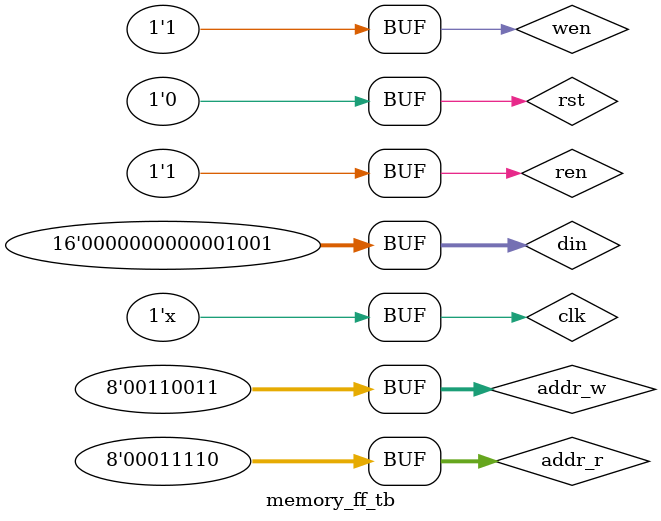
<source format=sv>
`timescale 1ns / 1ps


module memory_ff_tb;


    parameter DATA_WIDTH = 16;
    parameter SIZE = 256;

    bit clk;
    bit rst;
    bit wen;                  // Tín hiệu ghi
    bit ren;                  // Tín hiệu đọc
    bit [$clog2(SIZE)-1:0] addr_w;         // Địa chỉ ghi
    bit [$clog2(SIZE)-1:0] addr_r;         // Địa chỉ đọc
    bit [DATA_WIDTH - 1:0] din;            // Dữ liệu đầu vào
    wire [DATA_WIDTH - 1:0] dout_ff;            // Dữ liệu đầu ra

    initial begin
        rst = 1;
        #120
        rst = 0;
        
        // write
        ren = 0; wen = 1; addr_w = 2; din = 5;
        #4
        ren = 0; wen = 1; addr_w = 3; din = 20;
        #4
        ren = 0; wen = 1; addr_w = 5; din = 99;
        // read
        #4
        ren = 1; wen = 0; addr_r = 2;
        #4
        ren = 1; wen = 0; addr_r = 3;
        #4
        ren = 1; wen = 0; addr_r = 5;
        
        // write and read
        #4
        ren = 1; wen = 1; addr_w = 10; addr_r = 2; din = 200;
        #4
        ren = 1; wen = 1; addr_w = 20; addr_r = 10; din = 100;
        #4
        ren = 1; wen = 1; addr_w = 30; addr_r = 30; din = 450;
        #4
        ren = 1; wen = 1; addr_w = 50; addr_r = 20; din = 1;
        #4
        ren = 1; wen = 1; addr_w = 51; addr_r = 30; din = 9;
    end
    
always #2 clk = ~clk;
    
    
    memory_ff memo(.clk(clk),
               .rst(rst),
               .wen(wen),
               .ren(ren),
               .addr_w(addr_w),
               .addr_r(addr_r),
               .din(din),
               .dout_ff(dout_ff));
endmodule




</source>
